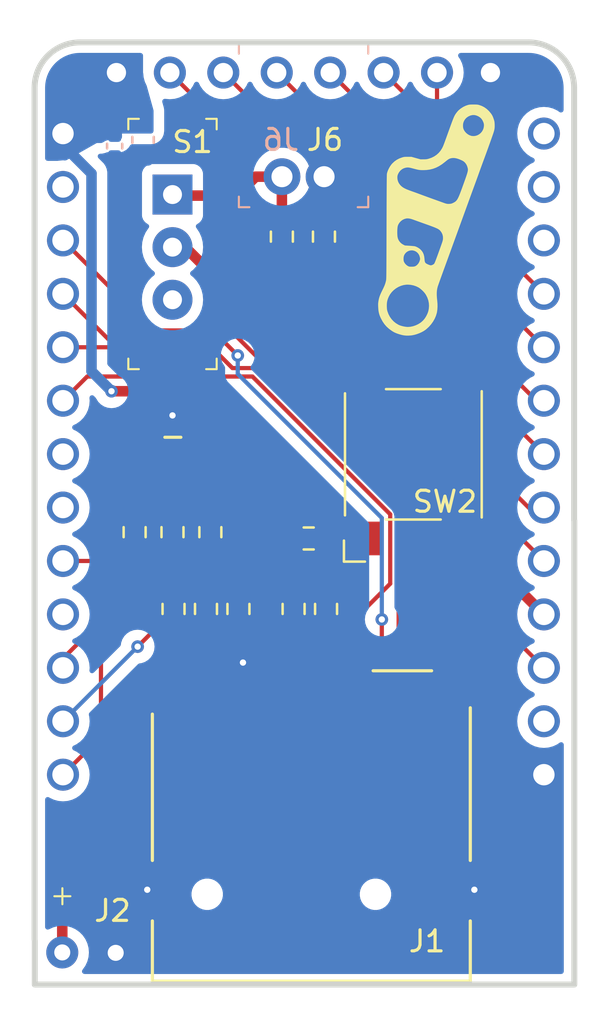
<source format=kicad_pcb>
(kicad_pcb (version 20240108) (generator "pcbnew") (generator_version "8.0")
  (layers (0 "F.Cu" signal) (31 "B.Cu" signal) (34 "B.Paste" user) (35 "F.Paste" user) (36 "B.SilkS" user "B.Silkscreen") (37 "F.SilkS" user "F.Silkscreen") (38 "B.Mask" user) (39 "F.Mask" user) (44 "Edge.Cuts" user))
  (net 0 "")
  (net 1 "Net-(D1-Pad5)")
  (net 2 "BAT-")
  (net 3 "Net-(D1-Pad4)")
  (net 4 "Net-(D1-Pad6)")
  (net 5 "MOSI")
  (net 6 "MISO")
  (net 7 "CS")
  (net 8 "CLK")
  (net 11 "+3.3V")
  (net 16 "BAT+")
  (net 19 "GPIO_26")
  (net 21 "GPIO_32")
  (net 22 "GPIO_25")
  (net 24 "GPIO_33")
  (net 25 "BUTTON")
  (net 26 "Net-(R12-Pad2)")
  (net 27 "Net-(J6-Pad1)")
  (net 28 "GPIO_34")
  (net 29 "GPIO_35")
  (net 31 "CD")
  (net 32 "BLUE")
  (net 33 "GREEN")
  (net 34 "RED")
  (net 35 "BAT_ADC")
  (footprint "Resistor_SMD:R_0603_1608Metric" (layer "F.Cu") (at 138.65 95.15 90)
    (property "Reference" "R10" (hide yes))
    (property "Value" "470" (hide yes))
    (fp_line (start -0.237258 -0.5225) (end 0.237258 -0.5225) (stroke (width 0.12)) (layer "F.SilkS"))
    (fp_line (start -0.237258 0.5225) (end 0.237258 0.5225) (stroke (width 0.12)) (layer "F.SilkS"))
    (pad "1" smd roundrect (at -0.825 0 90) (size 0.8 0.95) (layers "F.Cu" "F.Paste" "F.Mask") (net 34 "RED"))
    (pad "2" smd roundrect (at 0.825 0 90) (size 0.8 0.95) (layers "F.Cu" "F.Paste" "F.Mask") (net 3 "Net-(D1-Pad4)"))
  )
  (footprint "a:CON13_1X13_TU_SSQ" (layer "F.Cu") (at 158.105 91.44 -90)
    (property "Reference" "J4" (hide yes))
    (property "Value" "SSW-113-01-T-S-LL" (hide yes))
    (pad "1" thru_hole circle (at -15.24 0) (size 1.524 1.524) (drill 1.016) (layers "*.Cu" "*.Mask"))
    (pad "2" thru_hole circle (at -12.7 0) (size 1.524 1.524) (drill 1.016) (layers "*.Cu" "*.Mask"))
    (pad "3" thru_hole circle (at -10.16 0) (size 1.524 1.524) (drill 1.016) (layers "*.Cu" "*.Mask"))
    (pad "4" thru_hole circle (at -7.62 0) (size 1.524 1.524) (drill 1.016) (layers "*.Cu" "*.Mask") (net 28 "GPIO_34"))
    (pad "5" thru_hole circle (at -5.08 0) (size 1.524 1.524) (drill 1.016) (layers "*.Cu" "*.Mask") (net 29 "GPIO_35"))
    (pad "6" thru_hole circle (at -2.54 0) (size 1.524 1.524) (drill 1.016) (layers "*.Cu" "*.Mask") (net 21 "GPIO_32"))
    (pad "7" thru_hole circle (at 0 0) (size 1.524 1.524) (drill 1.016) (layers "*.Cu" "*.Mask") (net 24 "GPIO_33"))
    (pad "8" thru_hole circle (at 2.54 0) (size 1.524 1.524) (drill 1.016) (layers "*.Cu" "*.Mask") (net 22 "GPIO_25"))
    (pad "9" thru_hole circle (at 5.08 0) (size 1.524 1.524) (drill 1.016) (layers "*.Cu" "*.Mask") (net 19 "GPIO_26"))
    (pad "10" thru_hole circle (at 7.62 0) (size 1.524 1.524) (drill 1.016) (layers "*.Cu" "*.Mask") (net 35 "BAT_ADC"))
    (pad "11" thru_hole circle (at 10.16 0) (size 1.524 1.524) (drill 1.016) (layers "*.Cu" "*.Mask") (net 25 "BUTTON"))
    (pad "12" thru_hole circle (at 12.7 0) (size 1.524 1.524) (drill 1.016) (layers "*.Cu" "*.Mask"))
    (pad "13" thru_hole circle (at 15.24 0) (size 1.524 1.524) (drill 1.016) (layers "*.Cu" "*.Mask") (net 2 "BAT-"))
  )
  (footprint "LOGO" (layer "F.Cu") (at 153 80.3 -90)
    (property "Reference" "G***" (hide yes))
    (property "Value" "LOGO" (hide yes))
    (fp_poly (pts (xy -4.3694 -2.763164) (xy -4.295979 -2.752488) (xy -4.218852 -2.73419) (xy -4.144343 -2.711736) (xy -4.104985 -2.698643) (xy -4.048877 -2.679381) (xy -3.97817 -2.654722) (xy -3.895016 -2.625438) (xy -3.801566 -2.592301) (xy -3.699969 -2.556082) (xy -3.592378 -2.517555) (xy -3.480943 -2.477491) (xy -3.367815 -2.436661) (xy -3.255145 -2.395839) (xy -3.145084 -2.355796) (xy -3.039783 -2.317304) (xy -2.941393 -2.281136) (xy -2.852064 -2.248063) (xy -2.839001 -2.243201) (xy -2.745939 -2.208719) (xy -2.640982 -2.170134) (xy -2.530578 -2.129796) (xy -2.421174 -2.090055) (xy -2.319216 -2.053261) (xy -2.250059 -2.028496) (xy -2.158237 -1.995621) (xy -2.055317 -1.958539) (xy -1.947667 -1.91956) (xy -1.841655 -1.880993) (xy -1.743647 -1.845147) (xy -1.681252 -1.822187) (xy -1.623342 -1.800867) (xy -1.548945 -1.773577) (xy -1.460507 -1.741208) (xy -1.36047 -1.704653) (xy -1.251278 -1.664803) (xy -1.135376 -1.622549) (xy -1.015206 -1.578783) (xy -0.893213 -1.534397) (xy -0.77184 -1.490283) (xy -0.729885 -1.475046) (xy -0.392697 -1.352574) (xy -0.040697 -1.224653) (xy 0.322024 -1.09277) (xy 0.691375 -0.958415) (xy 1.063266 -0.823075) (xy 1.433606 -0.688239) (xy 1.798306 -0.555396) (xy 2.153275 -0.426033) (xy 2.298707 -0.373013) (xy 2.422499 -0.327949) (xy 2.542406 -0.284438) (xy 2.656863 -0.243042) (xy 2.764304 -0.204319) (xy 2.863161 -0.168831) (xy 2.951868 -0.137136) (xy 3.028861 -0.109797) (xy 3.092571 -0.087372) (xy 3.141433 -0.070423) (xy 3.173881 -0.059508) (xy 3.184704 -0.056123) (xy 3.274702 -0.034262) (xy 3.369644 -0.019889) (xy 3.472305 -0.012918) (xy 3.585463 -0.013267) (xy 3.711895 -0.02085) (xy 3.854379 -0.035584) (xy 3.855807 -0.035756) (xy 3.995341 -0.047327) (xy 4.135079 -0.048865) (xy 4.269521 -0.040559) (xy 4.393173 -0.022603) (xy 4.424614 -0.015985) (xy 4.56519 0.025652) (xy 4.704171 0.085766) (xy 4.839114 0.162715) (xy 4.967579 0.254861) (xy 5.087123 0.360562) (xy 5.195305 0.478179) (xy 5.235109 0.528537) (xy 5.292433 0.61476) (xy 5.346677 0.71583) (xy 5.395793 0.826487) (xy 5.437735 0.94147) (xy 5.470455 1.055519) (xy 5.491906 1.163372) (xy 5.496553 1.200419) (xy 5.50564 1.322973) (xy 5.505732 1.43329) (xy 5.496312 1.537399) (xy 5.476859 1.641327) (xy 5.450026 1.740743) (xy 5.422523 1.828081) (xy 5.397024 1.900504) (xy 5.371396 1.962803) (xy 5.343503 2.019766) (xy 5.311209 2.076184) (xy 5.275653 2.131912) (xy 5.179957 2.262625) (xy 5.076218 2.376519) (xy 4.961758 2.475926) (xy 4.833903 2.56318) (xy 4.694906 2.638241) (xy 4.621591 2.672525) (xy 4.55916 2.698644) (xy 4.501193 2.718728) (xy 4.441272 2.734908) (xy 4.372977 2.749315) (xy 4.344253 2.754631) (xy 4.302419 2.760445) (xy 4.247623 2.765621) (xy 4.185139 2.769913) (xy 4.120246 2.773078) (xy 4.058221 2.77487) (xy 4.00434 2.775045) (xy 3.96388 2.773358) (xy 3.95648 2.772616) (xy 3.865992 2.760192) (xy 3.784016 2.744917) (xy 3.706328 2.725427) (xy 3.628704 2.700357) (xy 3.546923 2.668344) (xy 3.45676 2.628022) (xy 3.353992 2.578027) (xy 3.353729 2.577896) (xy 3.26485 2.534151) (xy 3.189439 2.498915) (xy 3.123521 2.470638) (xy 3.06312 2.44777) (xy 3.004261 2.428762) (xy 2.94297 2.412065) (xy 2.904439 2.402758) (xy 2.894623 2.400512) (xy 2.884694 2.398429) (xy 2.873884 2.396502) (xy 2.861423 2.394721) (xy 2.846542 2.393079) (xy 2.828472 2.391567) (xy 2.806443 2.390177) (xy 2.779687 2.388902) (xy 2.747433 2.387732) (xy 2.708913 2.386659) (xy 2.663357 2.385676) (xy 2.609996 2.384773) (xy 2.548062 2.383943) (xy 2.476783 2.383178) (xy 2.395392 2.382469) (xy 2.303119 2.381808) (xy 2.199195 2.381187) (xy 2.08285 2.380598) (xy 1.953315 2.380031) (xy 1.809822 2.37948) (xy 1.651599 2.378936) (xy 1.47788 2.37839) (xy 1.287893 2.377835) (xy 1.08087 2.377262) (xy 0.856041 2.376662) (xy 0.612638 2.376029) (xy 0.349891 2.375353) (xy 0.342291 2.375333) (xy 0.052078 2.374557) (xy -0.218405 2.373769) (xy -0.469563 2.372965) (xy -0.701799 2.372144) (xy -0.91552 2.371301) (xy -1.111128 2.370435) (xy -1.28903 2.369542) (xy -1.449629 2.36862) (xy -1.59333 2.367666) (xy -1.720538 2.366676) (xy -1.831657 2.365649) (xy -1.927092 2.364581) (xy -2.007248 2.36347) (xy -2.072528 2.362312) (xy -2.123339 2.361105) (xy -2.160084 2.359846) (xy -2.183168 2.358532) (xy -2.191234 2.357612) (xy -2.276587 2.335384) (xy -2.368807 2.299983) (xy -2.462518 2.254222) (xy -2.552343 2.200914) (xy -2.632905 2.142869) (xy -2.679546 2.10223) (xy -2.774912 1.999773) (xy -2.852937 1.890242) (xy -2.915489 1.770571) (xy -2.964435 1.637693) (xy -2.966478 1.630916) (xy -2.977126 1.593885) (xy -2.984747 1.562218) (xy -2.989842 1.53124) (xy -2.992909 1.496276) (xy -2.994449 1.452653) (xy -2.994961 1.395696) (xy -2.994989 1.36413) (xy -2.994933 1.192985) (xy -2.934915 0.976536) (xy -2.874897 0.760087) (xy -2.875311 0.619144) (xy -2.876076 0.556421) (xy -2.878433 0.50744) (xy -2.883102 0.465827) (xy -2.890809 0.425209) (xy -2.902275 0.37921) (xy -2.902703 0.377612) (xy -2.949399 0.239705) (xy -3.012236 0.112426) (xy -3.090268 -0.003062) (xy -3.182547 -0.1056) (xy -3.288128 -0.194026) (xy -3.406062 -0.26718) (xy -3.444386 -0.286294) (xy -3.465436 -0.2962) (xy -3.485061 -0.305274) (xy -3.504774 -0.314086) (xy -3.526083 -0.323203) (xy -3.550502 -0.333194) (xy -3.579542 -0.344627) (xy -3.614712 -0.35807) (xy -3.657526 -0.374092) (xy -3.709494 -0.393261) (xy -3.772126 -0.416144) (xy -3.846936 -0.443311) (xy -3.935433 -0.47533) (xy -4.039128 -0.512768) (xy -4.159534 -0.556194) (xy -4.223266 -0.579173) (xy -4.357968 -0.627805) (xy -4.47523 -0.670344) (xy -4.576585 -0.707439) (xy -4.663566 -0.739738) (xy -4.737706 -0.767891) (xy -4.77423 -0.782223) (xy -2.939437 -0.782223) (xy -2.928659 -0.698265) (xy -2.925435 -0.68483) (xy -2.915105 -0.648986) (xy -2.902494 -0.616116) (xy -2.885684 -0.58315) (xy -2.862754 -0.547019) (xy -2.831785 -0.504655) (xy -2.790857 -0.452987) (xy -2.74742 -0.400203) (xy -2.638968 -0.259055) (xy -2.549625 -0.118788) (xy -2.478588 0.022717) (xy -2.425056 0.167576) (xy -2.388226 0.317907) (xy -2.367297 0.475828) (xy -2.361405 0.619144) (xy -2.361632 0.682026) (xy -2.363177 0.736193) (xy -2.366651 0.78556) (xy -2.372666 0.834042) (xy -2.381833 0.885554) (xy -2.394762 0.94401) (xy -2.412065 1.013325) (xy -2.434352 1.097415) (xy -2.438407 1.112446) (xy -2.458681 1.189559) (xy -2.473279 1.251416) (xy -2.482607 1.301952) (xy -2.487073 1.345107) (xy -2.487082 1.384816) (xy -2.483041 1.425016) (xy -2.475358 1.469645) (xy -2.475321 1.469838) (xy -2.448038 1.558673) (xy -2.403151 1.640565) (xy -2.342588 1.713467) (xy -2.268275 1.77533) (xy -2.182139 1.824106) (xy -2.119183 1.848315) (xy -2.057126 1.859793) (xy -1.980316 1.859824) (xy -1.912802 1.852109) (xy -1.826913 1.829291) (xy -1.742599 1.789025) (xy -1.664487 1.733765) (xy -1.630154 1.702232) (xy -1.592978 1.662429) (xy -1.559092 1.620012) (xy -1.527343 1.572699) (xy -1.496576 1.518213) (xy -1.465638 1.454273) (xy -1.433375 1.378599) (xy -1.429306 1.368096) (xy -0.067682 1.368096) (xy -0.062726 1.439748) (xy -0.061464 1.447005) (xy -0.035193 1.536297) (xy 0.008359 1.620342) (xy 0.06655 1.696113) (xy 0.136737 1.760578) (xy 0.216277 1.81071) (xy 0.278128 1.836317) (xy 0.323891 1.84709) (xy 0.385323 1.855468) (xy 0.458087 1.86132) (xy 0.537845 1.86452) (xy 0.620259 1.864936) (xy 0.700993 1.862441) (xy 0.775708 1.856905) (xy 0.814353 1.852281) (xy 0.903586 1.829838) (xy 0.98764 1.789493) (xy 1.063713 1.733336) (xy 1.129 1.66346) (xy 1.180698 1.581956) (xy 1.183081 1.577198) (xy 1.220191 1.502112) (xy 1.234017 1.284138) (xy 1.238531 1.218967) (xy 1.45423 1.218967) (xy 1.470633 1.299258) (xy 1.503962 1.37511) (xy 1.554182 1.443512) (xy 1.565135 1.454924) (xy 1.629541 1.508184) (xy 1.699899 1.543978) (xy 1.778905 1.563305) (xy 1.867499 1.567228) (xy 1.918274 1.56426) (xy 1.956551 1.558352) (xy 1.989919 1.547945) (xy 2.014792 1.53697) (xy 2.077278 1.497937) (xy 2.13539 1.444991) (xy 2.182943 1.384271) (xy 2.193593 1.365515) (xy 3.08201 1.365515) (xy 3.0841 1.434602) (xy 3.102373 1.563693) (xy 3.138864 1.690244) (xy 3.19198 1.811948) (xy 3.260127 1.926499) (xy 3.341714 2.031588) (xy 3.435146 2.124909) (xy 3.538832 2.204156) (xy 3.651179 2.26702) (xy 3.662333 2.272096) (xy 3.750447 2.308508) (xy 3.830508 2.334486) (xy 3.90884 2.351257) (xy 3.991769 2.360049) (xy 4.085618 2.36209) (xy 4.122592 2.361427) (xy 4.187303 2.359049) (xy 4.238004 2.355214) (xy 4.280809 2.34912) (xy 4.321832 2.339968) (xy 4.352792 2.331304) (xy 4.486731 2.281694) (xy 4.611512 2.215621) (xy 4.725461 2.134515) (xy 4.826901 2.039808) (xy 4.914159 1.932931) (xy 4.985559 1.815314) (xy 5.005687 1.773657) (xy 5.03041 1.70894) (xy 5.052992 1.631005) (xy 5.071964 1.546757) (xy 5.085856 1.4631) (xy 5.093198 1.386939) (xy 5.093975 1.358844) (xy 5.085309 1.241393) (xy 5.06014 1.119811) (xy 5.020134 0.998641) (xy 4.96696 0.882426) (xy 4.902284 0.775707) (xy 4.85889 0.718412) (xy 4.787567 0.640218) (xy 4.711532 0.574062) (xy 4.625172 0.515497) (xy 4.550456 0.473985) (xy 4.470207 0.435155) (xy 4.397885 0.406504) (xy 4.325814 0.385489) (xy 4.246315 0.369569) (xy 4.224939 0.366172) (xy 4.091631 0.355843) (xy 3.957077 0.364627) (xy 3.823956 0.391885) (xy 3.694951 0.436982) (xy 3.572741 0.49928) (xy 3.519218 0.533764) (xy 3.456822 0.582214) (xy 3.391562 0.642092) (xy 3.32824 0.708307) (xy 3.271659 0.775764) (xy 3.22662 0.839369) (xy 3.218583 0.852605) (xy 3.160846 0.969983) (xy 3.118176 1.09746) (xy 3.091566 1.230738) (xy 3.08201 1.365515) (xy 2.193593 1.365515) (xy 2.201337 1.351876) (xy 2.213866 1.324821) (xy 2.222076 1.301047) (xy 2.226856 1.275104) (xy 2.229093 1.24154) (xy 2.229674 1.194904) (xy 2.229658 1.177884) (xy 2.227532 1.109232) (xy 2.220247 1.055152) (xy 2.205908 1.010348) (xy 2.182619 0.969523) (xy 2.148482 0.927381) (xy 2.134624 0.912398) (xy 2.067264 0.855723) (xy 1.985446 0.812913) (xy 1.917171 0.790539) (xy 1.883302 0.782884) (xy 1.855153 0.780578) (xy 1.823908 0.78361) (xy 1.788254 0.790393) (xy 1.706725 0.813481) (xy 1.638443 0.847155) (xy 1.578053 0.894288) (xy 1.55861 0.913637) (xy 1.506943 0.981572) (xy 1.472349 1.057112) (xy 1.45479 1.137248) (xy 1.45423 1.218967) (xy 1.238531 1.218967) (xy 1.238656 1.217158) (xy 1.243722 1.154517) (xy 1.248861 1.099887) (xy 1.253719 1.056938) (xy 1.257943 1.029342) (xy 1.259015 1.024673) (xy 1.284176 0.955157) (xy 1.321701 0.881963) (xy 1.367278 0.812699) (xy 1.405408 0.766543) (xy 1.47705 0.69957) (xy 1.554347 0.647971) (xy 1.640326 0.610391) (xy 1.738011 0.585471) (xy 1.837094 0.572853) (xy 1.903906 0.566871) (xy 1.954135 0.560512) (xy 1.991322 0.552798) (xy 2.019011 0.542753) (xy 2.040743 0.529399) (xy 2.06006 0.511759) (xy 2.06061 0.511184) (xy 2.080469 0.48414) (xy 2.102587 0.444395) (xy 2.124492 0.397708) (xy 2.143715 0.349842) (xy 2.157784 0.306558) (xy 2.164229 0.273617) (xy 2.164388 0.269185) (xy 2.158049 0.232356) (xy 2.141795 0.189469) (xy 2.11949 0.148578) (xy 2.094997 0.11774) (xy 2.089438 0.112899) (xy 2.076166 0.104164) (xy 2.05545 0.093286) (xy 2.026165 0.079835) (xy 1.987187 0.06338) (xy 1.937389 0.043488) (xy 1.875648 0.01973) (xy 1.800837 -0.008326) (xy 1.711833 -0.041111) (xy 1.607509 -0.079055) (xy 1.48674 -0.12259) (xy 1.348402 -0.172147) (xy 1.303726 -0.188104) (xy 1.216736 -0.219075) (xy 1.146167 -0.24392) (xy 1.089512 -0.263371) (xy 1.044262 -0.278159) (xy 1.007907 -0.289017) (xy 0.97794 -0.296678) (xy 0.951851 -0.301874) (xy 0.927133 -0.305336) (xy 0.901276 -0.307799) (xy 0.890963 -0.308599) (xy 0.794044 -0.305997) (xy 0.700014 -0.284161) (xy 0.611254 -0.243983) (xy 0.530146 -0.186358) (xy 0.505909 -0.164098) (xy 0.485986 -0.143033) (xy 0.466735 -0.118798) (xy 0.447474 -0.089847) (xy 0.427524 -0.054634) (xy 0.406203 -0.011613) (xy 0.382832 0.040763) (xy 0.35673 0.104039) (xy 0.327215 0.179761) (xy 0.293609 0.269477) (xy 0.25523 0.374731) (xy 0.211398 0.49707) (xy 0.196632 0.538605) (xy 0.1629 0.633453) (xy 0.129682 0.726526) (xy 0.097902 0.815255) (xy 0.068485 0.897075) (xy 0.042354 0.969417) (xy 0.020435 1.029715) (xy 0.003652 1.075402) (xy -0.004577 1.097396) (xy -0.038978 1.199198) (xy -0.05989 1.288672) (xy -0.067682 1.368096) (xy -1.429306 1.368096) (xy -1.398633 1.288912) (xy -1.360259 1.182933) (xy -1.34438 1.137614) (xy -1.320448 1.069783) (xy -1.292029 0.990757) (xy -1.261882 0.908125) (xy -1.232769 0.829476) (xy -1.217176 0.787965) (xy -1.198401 0.73784) (xy -1.174004 0.671948) (xy -1.145151 0.593477) (xy -1.113008 0.505618) (xy -1.078742 0.41156) (xy -1.043517 0.314491) (xy -1.0085 0.2176) (xy -0.996365 0.183922) (xy -0.963378 0.09231) (xy -0.931254 0.003118) (xy -0.900903 -0.081126) (xy -0.873235 -0.157899) (xy -0.84916 -0.224674) (xy -0.829588 -0.278927) (xy -0.81543 -0.318132) (xy -0.810332 -0.332224) (xy -0.787317 -0.398013) (xy -0.77135 -0.45053) (xy -0.761459 -0.494972) (xy -0.756672 -0.536535) (xy -0.756016 -0.580415) (xy -0.757463 -0.614741) (xy -0.761199 -0.662163) (xy -0.767582 -0.6993) (xy -0.77885 -0.734664) (xy -0.797241 -0.776762) (xy -0.803598 -0.790136) (xy -0.824534 -0.831461) (xy -0.846277 -0.868282) (xy -0.870401 -0.901532) (xy -0.898483 -0.932144) (xy -0.932099 -0.961052) (xy -0.972826 -0.989189) (xy -1.022239 -1.017487) (xy -1.081914 -1.046881) (xy -1.153428 -1.078303) (xy -1.238357 -1.112687) (xy -1.338277 -1.150967) (xy -1.454764 -1.194074) (xy -1.535275 -1.223373) (xy -1.677429 -1.274827) (xy -1.802073 -1.319741) (xy -1.910603 -1.358494) (xy -2.004419 -1.391465) (xy -2.084918 -1.419036) (xy -2.153497 -1.441586) (xy -2.211554 -1.459494) (xy -2.260487 -1.473141) (xy -2.301694 -1.482906) (xy -2.336573 -1.48917) (xy -2.36652 -1.492312) (xy -2.392934 -1.492712) (xy -2.417213 -1.49075) (xy -2.440753 -1.486805) (xy -2.464954 -1.481259) (xy -2.474879 -1.478742) (xy -2.557064 -1.453184) (xy -2.625526 -1.421276) (xy -2.686432 -1.379803) (xy -2.71945 -1.351282) (xy -2.751453 -1.319298) (xy -2.777401 -1.286767) (xy -2.801515 -1.247617) (xy -2.828017 -1.195779) (xy -2.829023 -1.193696) (xy -2.880212 -1.076542) (xy -2.915492 -0.969892) (xy -2.935141 -0.872276) (xy -2.939437 -0.782223) (xy -4.77423 -0.782223) (xy -4.800537 -0.792546) (xy -4.853592 -0.814352) (xy -4.898404 -0.833958) (xy -4.936506 -0.852013) (xy -4.96943 -0.869165) (xy -4.998709 -0.886064) (xy -5.025877 -0.903357) (xy -5.052465 -0.921695) (xy -5.080006 -0.941725) (xy -5.080321 -0.941958) (xy -5.13913 -0.987623) (xy -5.187814 -1.031198) (xy -5.23224 -1.078595) (xy -5.278272 -1.135724) (xy -5.29599 -1.159304) (xy -5.367801 -1.270581) (xy -5.424547 -1.389172) (xy -5.458485 -1.489972) (xy -5.466991 -1.523591) (xy -5.473143 -1.554989) (xy -5.477302 -1.588433) (xy -5.479825 -1.628193) (xy -5.481074 -1.678535) (xy -5.481408 -1.743728) (xy -5.481393 -1.761791) (xy -5.481206 -1.794309) (xy -4.980955 -1.794309) (xy -4.979423 -1.709137) (xy -4.95963 -1.621025) (xy -4.953531 -1.60285) (xy -4.910536 -1.508631) (xy -4.853155 -1.427379) (xy -4.782689 -1.360332) (xy -4.700437 -1.308729) (xy -4.608197 -1.273942) (xy -4.551844 -1.263831) (xy -4.485899 -1.259697) (xy -4.419376 -1.261614) (xy -4.361291 -1.269654) (xy -4.352011 -1.271865) (xy -4.273176 -1.302083) (xy -4.19818 -1.349194) (xy -4.129907 -1.40998) (xy -4.071237 -1.48122) (xy -4.025051 -1.559698) (xy -3.994232 -1.642193) (xy -3.985982 -1.680762) (xy -3.980465 -1.774791) (xy -3.993354 -1.865754) (xy -4.02295 -1.951714) (xy -4.067558 -2.030736) (xy -4.125479 -2.100882) (xy -4.195015 -2.160216) (xy -4.274471 -2.206802) (xy -4.362147 -2.238703) (xy -4.456348 -2.253982) (xy -4.489362 -2.255047) (xy -4.537221 -2.253087) (xy -4.579091 -2.24596) (xy -4.62482 -2.231699) (xy -4.645839 -2.223774) (xy -4.733237 -2.183122) (xy -4.804529 -2.134275) (xy -4.86307 -2.074204) (xy -4.912214 -1.999885) (xy -4.928338 -1.968882) (xy -4.964002 -1.879803) (xy -4.980955 -1.794309) (xy -5.481206 -1.794309) (xy -5.480993 -1.831274) (xy -5.479809 -1.884755) (xy -5.477485 -1.926367) (xy -5.473668 -1.960237) (xy -5.468001 -1.990497) (xy -5.460131 -2.021276) (xy -5.458666 -2.026448) (xy -5.411827 -2.157049) (xy -5.348533 -2.27792) (xy -5.268063 -2.390069) (xy -5.169698 -2.494508) (xy -5.058858 -2.587625) (xy -5.006984 -2.623967) (xy -4.953415 -2.654875) (xy -4.893156 -2.682754) (xy -4.821216 -2.710008) (xy -4.766904 -2.728179) (xy -4.718516 -2.742843) (xy -4.67642 -2.752864) (xy -4.633577 -2.759385) (xy -4.58295 -2.763551) (xy -4.535355 -2.76583) (xy -4.446672 -2.767262)) (fill solid) (layer "F.SilkS"))
  )
  (footprint "Resistor_SMD:R_0603_1608Metric" (layer "F.Cu") (at 145.65 81.1 -90)
    (property "Reference" "R6" (hide yes))
    (property "Value" "47k" (hide yes))
    (fp_line (start -0.237258 0.5225) (end 0.237258 0.5225) (stroke (width 0.12)) (layer "F.SilkS"))
    (fp_line (start -0.237258 -0.5225) (end 0.237258 -0.5225) (stroke (width 0.12)) (layer "F.SilkS"))
    (pad "1" smd roundrect (at -0.825 0 270) (size 0.8 0.95) (layers "F.Cu" "F.Paste" "F.Mask") (net 27 "Net-(J6-Pad1)"))
    (pad "2" smd roundrect (at 0.825 0 270) (size 0.8 0.95) (layers "F.Cu" "F.Paste" "F.Mask") (net 35 "BAT_ADC"))
  )
  (footprint "Resistor_SMD:R_0603_1608Metric" (layer "F.Cu") (at 143.584302 98.8 -90)
    (property "Reference" "R3" (hide yes))
    (property "Value" "10k" (hide yes))
    (fp_line (start -0.237258 0.5225) (end 0.237258 0.5225) (stroke (width 0.12)) (layer "F.SilkS"))
    (fp_line (start -0.237258 -0.5225) (end 0.237258 -0.5225) (stroke (width 0.12)) (layer "F.SilkS"))
    (pad "1" smd roundrect (at -0.825 0 270) (size 0.8 0.95) (layers "F.Cu" "F.Paste" "F.Mask") (net 11 "+3.3V"))
    (pad "2" smd roundrect (at 0.825 0 270) (size 0.8 0.95) (layers "F.Cu" "F.Paste" "F.Mask") (net 8 "CLK"))
  )
  (footprint "footprints:CONN9_MSD-1_CUD" (layer "F.Cu") (at 147.05 109.118097)
    (property "Reference" "J1" (hide yes))
    (property "Value" "MSD-1-A" (hide yes))
    (fp_line (start -7.5565 1.639214) (end -7.5565 -5.317564) (stroke (width 0.1524)) (layer "F.SilkS"))
    (fp_line (start -7.5565 7.378703) (end -7.5565 4.514494) (stroke (width 0.1524)) (layer "F.SilkS"))
    (fp_line (start 2.938333 -7.378699) (end 5.717244 -7.378699) (stroke (width 0.1524)) (layer "F.SilkS"))
    (fp_line (start 7.5565 -5.618956) (end 7.5565 1.639214) (stroke (width 0.1524)) (layer "F.SilkS"))
    (fp_line (start 7.5565 4.514494) (end 7.5565 7.378703) (stroke (width 0.1524)) (layer "F.SilkS"))
    (fp_line (start 7.5565 7.378703) (end -7.5565 7.378703) (stroke (width 0.1524)) (layer "F.SilkS"))
    (fp_text user "${REFERENCE}" (at 5.5 5.481903 0) (layer "F.SilkS"))
    (pad "" np_thru_hole circle (at -4.950008 3.248302) (size 0.9906 0.9906) (drill 0.9906) (layers "*.Cu" "*.Mask"))
    (pad "" np_thru_hole circle (at 3.049992 3.248302) (size 0.9906 0.9906) (drill 0.9906) (layers "*.Cu" "*.Mask"))
    (pad "1" smd rect (at 2.249993 -7.751699) (size 0.7112 1.6002) (layers "F.Cu" "F.Paste" "F.Mask"))
    (pad "2" smd rect (at 1.149992 -7.751699) (size 0.7112 1.6002) (layers "F.Cu" "F.Paste" "F.Mask") (net 7 "CS"))
    (pad "3" smd rect (at 0.049992 -7.751699) (size 0.7112 1.6002) (layers "F.Cu" "F.Paste" "F.Mask") (net 5 "MOSI"))
    (pad "4" smd rect (at -1.050009 -7.751699) (size 0.7112 1.6002) (layers "F.Cu" "F.Paste" "F.Mask") (net 11 "+3.3V"))
    (pad "5" smd rect (at -2.150009 -7.751699) (size 0.7112 1.6002) (layers "F.Cu" "F.Paste" "F.Mask") (net 8 "CLK"))
    (pad "6" smd rect (at -3.250009 -7.751699) (size 0.7112 1.6002) (layers "F.Cu" "F.Paste" "F.Mask") (net 2 "BAT-"))
    (pad "7" smd rect (at -4.35001 -7.751699) (size 0.7112 1.6002) (layers "F.Cu" "F.Paste" "F.Mask") (net 6 "MISO"))
    (pad "8" smd rect (at -5.45001 -7.751699) (size 0.7112 1.6002) (layers "F.Cu" "F.Paste" "F.Mask"))
    (pad "10" smd rect (at -7.75 3.076854) (size 1.1938 2.2098) (layers "F.Cu" "F.Paste" "F.Mask") (net 2 "BAT-"))
    (pad "11" smd rect (at 7.75 3.076854) (size 1.1938 2.2098) (layers "F.Cu" "F.Paste" "F.Mask") (net 2 "BAT-"))
    (pad "12" smd rect (at -7.746902 -6.550304) (size 1.1938 1.8) (layers "F.Cu" "F.Paste" "F.Mask"))
    (pad "13" smd rect (at 6.850084 -6.700996) (size 1.6002 1.4986) (layers "F.Cu" "F.Paste" "F.Mask"))
    (pad "CD" smd rect (at -6.55001 -7.751699) (size 0.7112 1.6002) (layers "F.Cu" "F.Paste" "F.Mask") (net 31 "CD"))
  )
  (footprint "Resistor_SMD:R_0603_1608Metric" (layer "F.Cu") (at 142.042151 98.8 -90)
    (property "Reference" "R4" (hide yes))
    (property "Value" "10k" (hide yes))
    (fp_line (start -0.237258 0.5225) (end 0.237258 0.5225) (stroke (width 0.12)) (layer "F.SilkS"))
    (fp_line (start -0.237258 -0.5225) (end 0.237258 -0.5225) (stroke (width 0.12)) (layer "F.SilkS"))
    (pad "1" smd roundrect (at -0.825 0 270) (size 0.8 0.95) (layers "F.Cu" "F.Paste" "F.Mask") (net 11 "+3.3V"))
    (pad "2" smd roundrect (at 0.825 0 270) (size 0.8 0.95) (layers "F.Cu" "F.Paste" "F.Mask") (net 6 "MISO"))
  )
  (footprint "Resistor_SMD:R_0603_1608Metric" (layer "F.Cu") (at 140.45 95.15 90)
    (property "Reference" "R9" (hide yes))
    (property "Value" "470" (hide yes))
    (fp_line (start -0.237258 -0.5225) (end 0.237258 -0.5225) (stroke (width 0.12)) (layer "F.SilkS"))
    (fp_line (start -0.237258 0.5225) (end 0.237258 0.5225) (stroke (width 0.12)) (layer "F.SilkS"))
    (pad "1" smd roundrect (at -0.825 0 90) (size 0.8 0.95) (layers "F.Cu" "F.Paste" "F.Mask") (net 33 "GREEN"))
    (pad "2" smd roundrect (at 0.825 0 90) (size 0.8 0.95) (layers "F.Cu" "F.Paste" "F.Mask") (net 1 "Net-(D1-Pad5)"))
  )
  (footprint "CLX6F-FKC-CKNNQDGBB7A363:SOJ100P350X290-6N" (layer "F.Cu") (at 140.45 91.2 -90)
    (property "Reference" "D1" (hide yes))
    (property "Value" "CLX6F-FKC-CKNNQDGBB7A363" (hide yes))
    (fp_text user "-" (at -0.05 0.7 0) (layer "F.SilkS") (effects (justify left bottom)))
    (pad "1" smd oval (at -1.55 -1 270) (size 1.25 0.8) (layers "F.Cu" "F.Paste" "F.Mask") (net 2 "BAT-"))
    (pad "2" smd oval (at -1.55 0 270) (size 1.25 0.8) (layers "F.Cu" "F.Paste" "F.Mask") (net 2 "BAT-"))
    (pad "3" smd oval (at -1.55 1 270) (size 1.25 0.8) (layers "F.Cu" "F.Paste" "F.Mask") (net 2 "BAT-"))
    (pad "4" smd oval (at 1.55 1 270) (size 1.25 0.8) (layers "F.Cu" "F.Paste" "F.Mask") (net 3 "Net-(D1-Pad4)"))
    (pad "5" smd oval (at 1.55 0 270) (size 1.25 0.8) (layers "F.Cu" "F.Paste" "F.Mask") (net 1 "Net-(D1-Pad5)"))
    (pad "6" smd oval (at 1.55 -1 270) (size 1.25 0.8) (layers "F.Cu" "F.Paste" "F.Mask") (net 4 "Net-(D1-Pad6)"))
  )
  (footprint "Resistor_SMD:R_0603_1608Metric" (layer "F.Cu") (at 146.207847 98.8 -90)
    (property "Reference" "R2" (hide yes))
    (property "Value" "10k" (hide yes))
    (fp_line (start -0.237258 0.5225) (end 0.237258 0.5225) (stroke (width 0.12)) (layer "F.SilkS"))
    (fp_line (start -0.237258 -0.5225) (end 0.237258 -0.5225) (stroke (width 0.12)) (layer "F.SilkS"))
    (pad "1" smd roundrect (at -0.825 0 270) (size 0.8 0.95) (layers "F.Cu" "F.Paste" "F.Mask") (net 11 "+3.3V"))
    (pad "2" smd roundrect (at 0.825 0 270) (size 0.8 0.95) (layers "F.Cu" "F.Paste" "F.Mask") (net 5 "MOSI"))
  )
  (footprint "Resistor_SMD:R_0603_1608Metric" (layer "F.Cu") (at 147.65 81.1 90)
    (property "Reference" "R7" (hide yes))
    (property "Value" "47k" (hide yes))
    (fp_line (start -0.237258 -0.5225) (end 0.237258 -0.5225) (stroke (width 0.12)) (layer "F.SilkS"))
    (fp_line (start -0.237258 0.5225) (end 0.237258 0.5225) (stroke (width 0.12)) (layer "F.SilkS"))
    (pad "1" smd roundrect (at -0.825 0 90) (size 0.8 0.95) (layers "F.Cu" "F.Paste" "F.Mask") (net 35 "BAT_ADC"))
    (pad "2" smd roundrect (at 0.825 0 90) (size 0.8 0.95) (layers "F.Cu" "F.Paste" "F.Mask") (net 2 "BAT-"))
  )
  (footprint "Resistor_SMD:R_0603_1608Metric" (layer "F.Cu") (at 147.75 98.8 -90)
    (property "Reference" "R1" (hide yes))
    (property "Value" "10k" (hide yes))
    (fp_line (start -0.237258 0.5225) (end 0.237258 0.5225) (stroke (width 0.12)) (layer "F.SilkS"))
    (fp_line (start -0.237258 -0.5225) (end 0.237258 -0.5225) (stroke (width 0.12)) (layer "F.SilkS"))
    (pad "1" smd roundrect (at -0.825 0 270) (size 0.8 0.95) (layers "F.Cu" "F.Paste" "F.Mask") (net 11 "+3.3V"))
    (pad "2" smd roundrect (at 0.825 0 270) (size 0.8 0.95) (layers "F.Cu" "F.Paste" "F.Mask") (net 7 "CS"))
  )
  (footprint "Resistor_SMD:R_0603_1608Metric" (layer "F.Cu") (at 142.25 95.15 90)
    (property "Reference" "R8" (hide yes))
    (property "Value" "470" (hide yes))
    (fp_line (start -0.237258 -0.5225) (end 0.237258 -0.5225) (stroke (width 0.12)) (layer "F.SilkS"))
    (fp_line (start -0.237258 0.5225) (end 0.237258 0.5225) (stroke (width 0.12)) (layer "F.SilkS"))
    (pad "1" smd roundrect (at -0.825 0 90) (size 0.8 0.95) (layers "F.Cu" "F.Paste" "F.Mask") (net 32 "BLUE"))
    (pad "2" smd roundrect (at 0.825 0 90) (size 0.8 0.95) (layers "F.Cu" "F.Paste" "F.Mask") (net 4 "Net-(D1-Pad6)"))
  )
  (footprint "digikey-footprints:PinHeader_1x2_P2.54mm" (layer "F.Cu") (at 137.75 115.15 180)
    (property "Reference" "J2" (hide yes))
    (property "Value" "M20-9990246" (hide yes))
    (fp_text user "${REFERENCE}" (at 0.15 2 180) (layer "F.SilkS"))
    (fp_text user "+" (at 1.85 3.2 180) (layer "F.SilkS") (effects (font (thickness 0.1)) (justify left bottom)))
    (pad "1" thru_hole circle (at 0 0 180) (size 1.524 1.524) (drill 0.762) (layers "*.Cu" "*.Mask") (net 2 "BAT-"))
    (pad "2" thru_hole circle (at 2.54 0.02 180) (size 1.524 1.524) (drill 0.762) (layers "*.Cu" "*.Mask") (net 16 "BAT+"))
  )
  (footprint "Button_Switch_SMD:SW_SPST_Omron_B3FS-100xP" (layer "F.Cu") (at 151.9 91.45 90)
    (property "Reference" "SW2" (hide yes))
    (property "Value" "SW_Omron_B3FS" (hide yes))
    (fp_line (start -5.1 -3.3) (end -4.1 -3.3) (stroke (width 0.12)) (layer "F.SilkS"))
    (fp_line (start 2.9 -3.25) (end -2.9 -3.25) (stroke (width 0.12)) (layer "F.SilkS"))
    (fp_line (start -5.1 -2.3) (end -5.1 -3.3) (stroke (width 0.12)) (layer "F.SilkS"))
    (fp_line (start 3.1 -1.3) (end 3.1 1.3) (stroke (width 0.12)) (layer "F.SilkS"))
    (fp_line (start -3.1 -1.3) (end -3.1 1.3) (stroke (width 0.12)) (layer "F.SilkS"))
    (fp_line (start 3 3.25) (end -3 3.25) (stroke (width 0.12)) (layer "F.SilkS"))
    (fp_text user "${REFERENCE}" (at -2.25 1.5 180) (layer "F.SilkS"))
    (pad "1" smd rect (at -4 -2.25 270) (size 1.6 1.4) (layers "F.Cu" "F.Paste" "F.Mask") (net 26 "Net-(R12-Pad2)"))
    (pad "1" smd rect (at 4 -2.25 270) (size 1.6 1.4) (layers "F.Cu" "F.Paste" "F.Mask") (net 26 "Net-(R12-Pad2)"))
    (pad "2" smd rect (at -4 2.25 270) (size 1.6 1.4) (layers "F.Cu" "F.Paste" "F.Mask") (net 25 "BUTTON"))
    (pad "2" smd rect (at 4 2.25 270) (size 1.6 1.4) (layers "F.Cu" "F.Paste" "F.Mask") (net 25 "BUTTON"))
  )
  (footprint "df:CON8_1X8_TUC_HTS_SAI" (layer "F.Cu") (at 146.675 73.3)
    (property "Reference" "J5" (hide yes))
    (property "Value" "TS-108-T-A-1" (hide yes))
    (pad "1" thru_hole circle (at -8.89 0 90) (size 1.524 1.524) (drill 0.9144) (layers "*.Cu" "*.Mask") (net 11 "+3.3V"))
    (pad "2" thru_hole circle (at -6.35 0 90) (size 1.524 1.524) (drill 0.9144) (layers "*.Cu" "*.Mask") (net 19 "GPIO_26"))
    (pad "3" thru_hole circle (at -3.81 0 90) (size 1.524 1.524) (drill 0.9144) (layers "*.Cu" "*.Mask") (net 22 "GPIO_25"))
    (pad "4" thru_hole circle (at -1.27 0 90) (size 1.524 1.524) (drill 0.9144) (layers "*.Cu" "*.Mask") (net 24 "GPIO_33"))
    (pad "5" thru_hole circle (at 1.27 0 90) (size 1.524 1.524) (drill 0.9144) (layers "*.Cu" "*.Mask") (net 21 "GPIO_32"))
    (pad "6" thru_hole circle (at 3.81 0 90) (size 1.524 1.524) (drill 0.9144) (layers "*.Cu" "*.Mask") (net 29 "GPIO_35"))
    (pad "7" thru_hole circle (at 6.35 0 90) (size 1.524 1.524) (drill 0.9144) (layers "*.Cu" "*.Mask") (net 28 "GPIO_34"))
    (pad "8" thru_hole circle (at 8.89 0 90) (size 1.524 1.524) (drill 0.9144) (layers "*.Cu" "*.Mask") (net 2 "BAT-"))
  )
  (footprint "a:CON13_1X13_TU_SSQ" (layer "F.Cu") (at 135.245 91.44 -90)
    (property "Reference" "J3" (hide yes))
    (property "Value" "SSW-113-01-T-S-LL" (hide yes))
    (pad "1" thru_hole circle (at -15.24 0) (size 1.524 1.524) (drill 1.016) (layers "*.Cu" "*.Mask") (net 11 "+3.3V"))
    (pad "2" thru_hole circle (at -12.7 0) (size 1.524 1.524) (drill 1.016) (layers "*.Cu" "*.Mask"))
    (pad "3" thru_hole circle (at -10.16 0) (size 1.524 1.524) (drill 1.016) (layers "*.Cu" "*.Mask") (net 6 "MISO"))
    (pad "4" thru_hole circle (at -7.62 0) (size 1.524 1.524) (drill 1.016) (layers "*.Cu" "*.Mask") (net 5 "MOSI"))
    (pad "5" thru_hole circle (at -5.08 0) (size 1.524 1.524) (drill 1.016) (layers "*.Cu" "*.Mask") (net 8 "CLK"))
    (pad "6" thru_hole circle (at -2.54 0) (size 1.524 1.524) (drill 1.016) (layers "*.Cu" "*.Mask") (net 7 "CS"))
    (pad "7" thru_hole circle (at 0 0) (size 1.524 1.524) (drill 1.016) (layers "*.Cu" "*.Mask"))
    (pad "8" thru_hole circle (at 2.54 0) (size 1.524 1.524) (drill 1.016) (layers "*.Cu" "*.Mask"))
    (pad "9" thru_hole circle (at 5.08 0) (size 1.524 1.524) (drill 1.016) (layers "*.Cu" "*.Mask") (net 34 "RED"))
    (pad "10" thru_hole circle (at 7.62 0) (size 1.524 1.524) (drill 1.016) (layers "*.Cu" "*.Mask"))
    (pad "11" thru_hole circle (at 10.16 0) (size 1.524 1.524) (drill 1.016) (layers "*.Cu" "*.Mask") (net 33 "GREEN"))
    (pad "12" thru_hole circle (at 12.7 0) (size 1.524 1.524) (drill 1.016) (layers "*.Cu" "*.Mask") (net 31 "CD"))
    (pad "13" thru_hole circle (at 15.24 0) (size 1.524 1.524) (drill 1.016) (layers "*.Cu" "*.Mask") (net 32 "BLUE"))
  )
  (footprint "Resistor_SMD:R_0603_1608Metric" (layer "F.Cu") (at 140.5 98.8 -90)
    (property "Reference" "R5" (hide yes))
    (property "Value" "10k" (hide yes))
    (fp_line (start -0.237258 0.5225) (end 0.237258 0.5225) (stroke (width 0.12)) (layer "F.SilkS"))
    (fp_line (start -0.237258 -0.5225) (end 0.237258 -0.5225) (stroke (width 0.12)) (layer "F.SilkS"))
    (pad "1" smd roundrect (at -0.825 0 270) (size 0.8 0.95) (layers "F.Cu" "F.Paste" "F.Mask") (net 11 "+3.3V"))
    (pad "2" smd roundrect (at 0.825 0 270) (size 0.8 0.95) (layers "F.Cu" "F.Paste" "F.Mask") (net 31 "CD"))
  )
  (footprint "Resistor_SMD:R_0603_1608Metric" (layer "F.Cu") (at 146.925 95.45)
    (property "Reference" "R12" (hide yes))
    (property "Value" "10k" (hide yes))
    (fp_line (start -0.237258 -0.5225) (end 0.237258 -0.5225) (stroke (width 0.12)) (layer "F.SilkS"))
    (fp_line (start -0.237258 0.5225) (end 0.237258 0.5225) (stroke (width 0.12)) (layer "F.SilkS"))
    (pad "1" smd roundrect (at -0.825 0) (size 0.8 0.95) (layers "F.Cu" "F.Paste" "F.Mask") (net 11 "+3.3V"))
    (pad "2" smd roundrect (at 0.825 0) (size 0.8 0.95) (layers "F.Cu" "F.Paste" "F.Mask") (net 26 "Net-(R12-Pad2)"))
  )
  (footprint "digikey-footprints:Switch_Slide_11.6x4mm_EG1218" (layer "F.Cu") (at 140.45 79.1 -90)
    (property "Reference" "S1" (hide yes))
    (property "Value" "EG1218" (hide yes))
    (fp_line (start -3.6 2.1) (end -3.1 2.1) (stroke (width 0.1)) (layer "F.SilkS"))
    (fp_line (start -3.6 2.1) (end -3.6 1.6) (stroke (width 0.1)) (layer "F.SilkS"))
    (fp_line (start 8.3 2.1) (end 7.8 2.1) (stroke (width 0.1)) (layer "F.SilkS"))
    (fp_line (start 8.3 2.1) (end 8.3 1.6) (stroke (width 0.1)) (layer "F.SilkS"))
    (fp_line (start -3.6 -2.1) (end -3.6 -1.6) (stroke (width 0.1)) (layer "F.SilkS"))
    (fp_line (start -3.6 -2.1) (end -3.1 -2.1) (stroke (width 0.1)) (layer "F.SilkS"))
    (fp_line (start 8.3 -2.1) (end 8.3 -1.6) (stroke (width 0.1)) (layer "F.SilkS"))
    (fp_line (start 8.3 -2.1) (end 7.8 -2.1) (stroke (width 0.1)) (layer "F.SilkS"))
    (fp_text user "${REFERENCE}" (at -2.5 -0.95 0) (layer "F.SilkS"))
    (pad "1" thru_hole rect (at 0 0 270) (size 1.9 1.9) (drill 0.9) (layers "*.Cu" "*.Mask") (net 27 "Net-(J6-Pad1)"))
    (pad "2" thru_hole circle (at 2.5 0 270) (size 1.9 1.9) (drill 0.9) (layers "*.Cu" "*.Mask") (net 16 "BAT+"))
    (pad "3" thru_hole circle (at 5 0 270) (size 1.9 1.9) (drill 0.9) (layers "*.Cu" "*.Mask"))
  )
  (footprint "Capacitor_SMD:C_0603_1608Metric" (layer "B.Cu") (at 139.05 76.5 -90)
    (property "Reference" "C2" (hide yes))
    (property "Value" "10uF" (hide yes))
    (fp_line (start 0.14058 0.51) (end -0.14058 0.51) (stroke (width 0.12)) (layer "B.SilkS"))
    (fp_line (start 0.14058 -0.51) (end -0.14058 -0.51) (stroke (width 0.12)) (layer "B.SilkS"))
    (pad "1" smd roundrect (at -0.775 0 270) (size 0.9 0.95) (layers "B.Cu" "B.Paste" "B.Mask") (net 11 "+3.3V"))
    (pad "2" smd roundrect (at 0.775 0 270) (size 0.9 0.95) (layers "B.Cu" "B.Paste" "B.Mask") (net 2 "BAT-"))
  )
  (footprint "Capacitor_SMD:C_0402_1005Metric" (layer "B.Cu") (at 137.7 76.795 -90)
    (property "Reference" "C3" (hide yes))
    (property "Value" "0.1uF" (hide yes))
    (fp_line (start 0.107836 0.36) (end -0.107836 0.36) (stroke (width 0.12)) (layer "B.SilkS"))
    (fp_line (start 0.107836 -0.36) (end -0.107836 -0.36) (stroke (width 0.12)) (layer "B.SilkS"))
    (pad "1" smd roundrect (at -0.48 0 270) (size 0.56 0.62) (layers "B.Cu" "B.Paste" "B.Mask") (net 11 "+3.3V"))
    (pad "2" smd roundrect (at 0.48 0 270) (size 0.56 0.62) (layers "B.Cu" "B.Paste" "B.Mask") (net 2 "BAT-"))
  )
  (footprint "digikey-footprints:PinHeader_1x2_P2mm_Drill1mm_RA" (layer "B.Cu") (at 145.655 78.25)
    (property "Reference" "J6" (at -0.055 -1.75 180) (layer "B.SilkS") (effects (justify mirror)))
    (property "Value" "S2B-PH-K-S_LF__SN_" (hide yes))
    (fp_line (start -2.05 -5.85) (end -2.05 -6.35) (stroke (width 0.1)) (layer "B.SilkS"))
    (fp_line (start -2.05 0.95) (end -2.05 1.45) (stroke (width 0.1)) (layer "B.SilkS"))
    (fp_line (start -1.6 -6.35) (end -2.05 -6.35) (stroke (width 0.1)) (layer "B.SilkS"))
    (fp_line (start -1.55 1.45) (end -2.05 1.45) (stroke (width 0.1)) (layer "B.SilkS"))
    (fp_line (start 3.6 -6.35) (end 4.1 -6.35) (stroke (width 0.1)) (layer "B.SilkS"))
    (fp_line (start 3.6 1.45) (end 4.1 1.45) (stroke (width 0.1)) (layer "B.SilkS"))
    (fp_line (start 4.1 -5.85) (end 4.1 -6.35) (stroke (width 0.1)) (layer "B.SilkS"))
    (fp_line (start 4.1 0.95) (end 4.1 1.45) (stroke (width 0.1)) (layer "B.SilkS"))
    (fp_text user "${REFERENCE}" (at 2.045 -1.75 180) (layer "F.SilkS"))
    (pad "1" thru_hole circle (at 0 0) (size 1.75 1.75) (drill 1) (layers "*.Cu" "*.Mask") (net 27 "Net-(J6-Pad1)"))
    (pad "2" thru_hole circle (at 2 0) (size 1.75 1.75) (drill 1) (layers "*.Cu" "*.Mask") (net 2 "BAT-"))
  )
  (gr_poly (pts (xy 133.895752 73.916212) (xy 133.904076 73.806038) (xy 133.917787 73.697502) (xy 133.93675 73.590739) (xy 133.960831 73.485881) (xy 133.989896 73.383062) (xy 134.023813 73.282417) (xy 134.062446 73.184079) (xy 134.105662 73.088183) (xy 134.153327 72.994861) (xy 134.205307 72.904249) (xy 134.261468 72.816479) (xy 134.321678 72.731686) (xy 134.3858 72.650003) (xy 134.453703 72.571564) (xy 134.525251 72.496504) (xy 134.600311 72.424956) (xy 134.67875 72.357053) (xy 134.760433 72.292931) (xy 134.845226 72.232722) (xy 134.932996 72.17656) (xy 135.023609 72.12458) (xy 135.116931 72.076915) (xy 135.212827 72.033699) (xy 135.311165 71.995066) (xy 135.411811 71.96115) (xy 135.514629 71.932084) (xy 135.619488 71.908003) (xy 135.726252 71.889041) (xy 135.834788 71.87533) (xy 135.944962 71.867005) (xy 136.05664 71.864201) (xy 157.378856 71.864201) (xy 157.490535 71.867005) (xy 157.600713 71.87533) (xy 157.709256 71.88904) (xy 157.816029 71.908003) (xy 157.920899 71.932084) (xy 158.023731 71.961149) (xy 158.124392 71.995065) (xy 158.222747 72.033698) (xy 158.318662 72.076914) (xy 158.412004 72.124579) (xy 158.502638 72.176559) (xy 158.59043 72.23272) (xy 158.675247 72.292929) (xy 158.756953 72.357051) (xy 158.835416 72.424953) (xy 158.910501 72.496501) (xy 158.982073 72.571561) (xy 159.05 72.65) (xy 159.114146 72.731682) (xy 159.174378 72.816476) (xy 159.230562 72.904245) (xy 159.282564 72.994858) (xy 159.330249 73.08818) (xy 159.373484 73.184076) (xy 159.412134 73.282414) (xy 159.446066 73.383059) (xy 159.475146 73.485878) (xy 159.499238 73.590736) (xy 159.518211 73.697501) (xy 159.531928 73.806037) (xy 159.540257 73.916211) (xy 159.543063 74.02789) (xy 159.543063 94.588909) (xy 159.55186 94.588909) (xy 159.55186 116.656815) (xy 133.901748 116.656815) (xy 133.901748 114.587691) (xy 133.901451 114.582156) (xy 133.901025 114.576659) (xy 133.899866 114.565754) (xy 133.896897 114.544138) (xy 133.895415 114.533333) (xy 133.894153 114.522466) (xy 133.893656 114.516995) (xy 133.893276 114.511491) (xy 133.893033 114.505948) (xy 133.892947 114.500361) (xy 133.892947 74.02789)) (stroke (width 0.281412)) (fill none) (layer "Edge.Cuts"))
  (segment (start 140.45 92.75) (end 140.45 94.325) (width 0.2) (layer "F.Cu") (net 1))
  (segment (start 141.45 89.65) (end 140.5 89.65) (width 0.5) (layer "F.Cu") (net 2))
  (segment (start 140.45 89.6) (end 140.4 89.65) (width 0.5) (layer "F.Cu") (net 2))
  (segment (start 140.4 89.65) (end 139.45 89.65) (width 0.5) (layer "F.Cu") (net 2))
  (segment (start 147.65 80.275) (end 147.65 78.25) (width 0.5) (layer "F.Cu") (net 2))
  (segment (start 140.5 89.65) (end 140.45 89.6) (width 0.5) (layer "F.Cu") (net 2))
  (segment (start 147.655 80.245) (end 147.65 80.25) (width 0.2) (layer "F.Cu") (net 2))
  (via (at 154.8 112.15) (size 0.6) (drill 0.3) (layers "F.Cu" "B.Cu") (net 2))
  (via (at 143.8 101.35) (size 0.6) (drill 0.3) (layers "F.Cu" "B.Cu") (net 2))
  (via (at 140.45 89.6) (size 0.6) (drill 0.3) (layers "F.Cu" "B.Cu") (net 2))
  (via (at 139.25 112.15) (size 0.6) (drill 0.3) (layers "F.Cu" "B.Cu") (net 2))
  (segment (start 139.45 93.525) (end 138.65 94.325) (width 0.2) (layer "F.Cu") (net 3))
  (segment (start 139.45 92.75) (end 139.45 93.525) (width 0.2) (layer "F.Cu") (net 3))
  (segment (start 141.45 93.525) (end 142.25 94.325) (width 0.2) (layer "F.Cu") (net 4))
  (segment (start 141.45 92.75) (end 141.45 93.525) (width 0.2) (layer "F.Cu") (net 4))
  (segment (start 150.018628 102.65) (end 147.3 102.65) (width 0.2) (layer "F.Cu") (net 5))
  (segment (start 137.385 85.96) (end 135.245 83.82) (width 0.2) (layer "F.Cu") (net 5))
  (segment (start 147.099992 102.449992) (end 147.099992 101.366398) (width 0.2) (layer "F.Cu") (net 5))
  (segment (start 147.3 102.65) (end 147.099992 102.449992) (width 0.2) (layer "F.Cu") (net 5))
  (segment (start 143.551473 86.75) (end 142.761473 85.96) (width 0.2) (layer "F.Cu") (net 5))
  (segment (start 146.207847 99.625) (end 147.099992 100.517145) (width 0.2) (layer "F.Cu") (net 5))
  (segment (start 147.099992 100.517145) (end 147.099992 101.366398) (width 0.2) (layer "F.Cu") (net 5))
  (segment (start 150.4 102.268628) (end 150.018628 102.65) (width 0.2) (layer "F.Cu") (net 5))
  (segment (start 150.4 99.3) (end 150.4 102.268628) (width 0.2) (layer "F.Cu") (net 5))
  (segment (start 142.761473 85.96) (end 137.385 85.96) (width 0.2) (layer "F.Cu") (net 5))
  (via (at 150.4 99.3) (size 0.6) (drill 0.3) (layers "F.Cu" "B.Cu") (net 5))
  (via (at 143.551473 86.75) (size 0.6) (drill 0.3) (layers "F.Cu" "B.Cu") (net 5))
  (segment (start 143.551473 87.626473) (end 150.4 94.475) (width 0.2) (layer "B.Cu") (net 5))
  (segment (start 143.551473 86.75) (end 143.551473 87.626473) (width 0.2) (layer "B.Cu") (net 5))
  (segment (start 150.4 94.475) (end 150.4 99.3) (width 0.2) (layer "B.Cu") (net 5))
  (segment (start 142.042151 99.625) (end 142.042151 99.842151) (width 0.2) (layer "F.Cu") (net 6))
  (segment (start 142.69999 100.49999) (end 142.69999 101.366398) (width 0.2) (layer "F.Cu") (net 6))
  (segment (start 151.6 93.95) (end 151.6 102.2) (width 0.2) (layer "F.Cu") (net 6))
  (segment (start 143.21 85.56) (end 151.6 93.95) (width 0.2) (layer "F.Cu") (net 6))
  (segment (start 142.69999 102.022097) (end 142.69999 101.366398) (width 0.2) (layer "F.Cu") (net 6))
  (segment (start 144.127893 103.45) (end 142.69999 102.022097) (width 0.2) (layer "F.Cu") (net 6))
  (segment (start 135.245 81.28) (end 139.525 85.56) (width 0.2) (layer "F.Cu") (net 6))
  (segment (start 142.042151 99.842151) (end 142.69999 100.49999) (width 0.2) (layer "F.Cu") (net 6))
  (segment (start 151.6 102.2) (end 150.35 103.45) (width 0.2) (layer "F.Cu") (net 6))
  (segment (start 150.35 103.45) (end 144.127893 103.45) (width 0.2) (layer "F.Cu") (net 6))
  (segment (start 139.525 85.56) (end 143.21 85.56) (width 0.2) (layer "F.Cu") (net 6))
  (segment (start 147.75 99.625) (end 148.199992 100.074992) (width 0.2) (layer "F.Cu") (net 7))
  (segment (start 150.8 97.6) (end 148.199992 100.200008) (width 0.2) (layer "F.Cu") (net 7))
  (segment (start 150.8 94.3) (end 150.8 97.6) (width 0.2) (layer "F.Cu") (net 7))
  (segment (start 148.199992 100.074992) (end 148.199992 101.366398) (width 0.2) (layer "F.Cu") (net 7))
  (segment (start 136.395 87.75) (end 144.25 87.75) (width 0.2) (layer "F.Cu") (net 7))
  (segment (start 148.199992 100.200008) (end 148.199992 101.366398) (width 0.2) (layer "F.Cu") (net 7))
  (segment (start 135.245 88.9) (end 136.395 87.75) (width 0.2) (layer "F.Cu") (net 7))
  (segment (start 144.25 87.75) (end 150.8 94.3) (width 0.2) (layer "F.Cu") (net 7))
  (segment (start 143.3 87.35) (end 144.434314 87.35) (width 0.2) (layer "F.Cu") (net 8))
  (segment (start 150.184314 103.05) (end 145.583493 103.05) (width 0.2) (layer "F.Cu") (net 8))
  (segment (start 135.245 86.36) (end 142.31 86.36) (width 0.2) (layer "F.Cu") (net 8))
  (segment (start 143.875 99.625) (end 144.899991 100.649991) (width 0.2) (layer "F.Cu") (net 8))
  (segment (start 144.434314 87.35) (end 151.2 94.115686) (width 0.2) (layer "F.Cu") (net 8))
  (segment (start 144.899991 100.649991) (end 144.899991 101.366398) (width 0.2) (layer "F.Cu") (net 8))
  (segment (start 143.584302 99.625) (end 143.875 99.625) (width 0.2) (layer "F.Cu") (net 8))
  (segment (start 151.2 94.115686) (end 151.2 102.034314) (width 0.2) (layer "F.Cu") (net 8))
  (segment (start 145.583493 103.05) (end 144.899991 102.366498) (width 0.2) (layer "F.Cu") (net 8))
  (segment (start 142.31 86.36) (end 143.3 87.35) (width 0.2) (layer "F.Cu") (net 8))
  (segment (start 144.899991 102.366498) (end 144.899991 101.366398) (width 0.2) (layer "F.Cu") (net 8))
  (segment (start 151.2 102.034314) (end 150.184314 103.05) (width 0.2) (layer "F.Cu") (net 8))
  (segment (start 146.1 95.45) (end 146.1 97.867153) (width 0.5) (layer "F.Cu") (net 11))
  (segment (start 144.8 97.975) (end 140.5 97.975) (width 0.5) (layer "F.Cu") (net 11))
  (segment (start 144.9 99.6024) (end 144.9 98.075) (width 0.2) (layer "F.Cu") (net 11))
  (segment (start 147.75 97.975) (end 144.8 97.975) (width 0.5) (layer "F.Cu") (net 11))
  (segment (start 144.9 98.075) (end 144.8 97.975) (width 0.2) (layer "F.Cu") (net 11))
  (segment (start 145.999991 100.702391) (end 144.9 99.6024) (width 0.2) (layer "F.Cu") (net 11))
  (segment (start 145.999991 101.366398) (end 145.999991 100.702391) (width 0.2) (layer "F.Cu") (net 11))
  (segment (start 146.1 95.45) (end 146.1 92.05) (width 0.5) (layer "F.Cu") (net 11))
  (segment (start 146.1 92.05) (end 142.5 88.45) (width 0.5) (layer "F.Cu") (net 11))
  (segment (start 142.5 88.45) (end 137.55 88.45) (width 0.5) (layer "F.Cu") (net 11))
  (segment (start 146.1 97.867153) (end 146.207847 97.975) (width 0.5) (layer "F.Cu") (net 11))
  (via (at 137.55 88.45) (size 0.6) (drill 0.3) (layers "F.Cu" "B.Cu") (net 11))
  (segment (start 135.245 76.745) (end 135.245 76.2) (width 0.5) (layer "B.Cu") (net 11))
  (segment (start 136.6 87.5) (end 136.6 78.1) (width 0.5) (layer "B.Cu") (net 11))
  (segment (start 137.55 88.45) (end 136.6 87.5) (width 0.5) (layer "B.Cu") (net 11))
  (segment (start 136.6 78.1) (end 135.245 76.745) (width 0.5) (layer "B.Cu") (net 11))
  (segment (start 141.05 81.6) (end 152.5 93.05) (width 0.5) (layer "F.Cu") (net 16))
  (segment (start 138.45 110.35) (end 135.21 113.59) (width 0.5) (layer "F.Cu") (net 16))
  (segment (start 135.21 113.59) (end 135.21 115.13) (width 0.5) (layer "F.Cu") (net 16))
  (segment (start 140.45 81.6) (end 141.05 81.6) (width 0.5) (layer "F.Cu") (net 16))
  (segment (start 150.3 110.35) (end 138.45 110.35) (width 0.5) (layer "F.Cu") (net 16))
  (segment (start 152.5 93.05) (end 152.5 108.15) (width 0.5) (layer "F.Cu") (net 16))
  (segment (start 152.5 108.15) (end 150.3 110.35) (width 0.5) (layer "F.Cu") (net 16))
  (segment (start 156.7 93.865686) (end 156.7 95.115) (width 0.2) (layer "F.Cu") (net 19))
  (segment (start 148.447942 75.5) (end 151.025 78.077058) (width 0.2) (layer "F.Cu") (net 19))
  (segment (start 151.025 79.56843) (end 152.25 80.79343) (width 0.2) (layer "F.Cu") (net 19))
  (segment (start 151.025 78.077058) (end 151.025 79.56843) (width 0.2) (layer "F.Cu") (net 19))
  (segment (start 152.25 80.79343) (end 152.25 89.415686) (width 0.2) (layer "F.Cu") (net 19))
  (segment (start 152.25 89.415686) (end 156.7 93.865686) (width 0.2) (layer "F.Cu") (net 19))
  (segment (start 142.525 75.5) (end 148.447942 75.5) (width 0.2) (layer "F.Cu") (net 19))
  (segment (start 140.325 73.3) (end 142.525 75.5) (width 0.2) (layer "F.Cu") (net 19))
  (segment (start 156.7 95.115) (end 158.105 96.52) (width 0.2) (layer "F.Cu") (net 19))
  (segment (start 156.15 82.996372) (end 156.15 87.3) (width 0.2) (layer "F.Cu") (net 21))
  (segment (start 152.225 79.071372) (end 156.15 82.996372) (width 0.2) (layer "F.Cu") (net 21))
  (segment (start 157.75 88.9) (end 158.105 88.9) (width 0.2) (layer "F.Cu") (net 21))
  (segment (start 156.15 87.3) (end 157.75 88.9) (width 0.2) (layer "F.Cu") (net 21))
  (segment (start 147.945 73.3) (end 152.225 77.58) (width 0.2) (layer "F.Cu") (net 21))
  (segment (start 152.225 77.58) (end 152.225 79.071372) (width 0.2) (layer "F.Cu") (net 21))
  (segment (start 151.425 77.911372) (end 151.425 79.402744) (width 0.2) (layer "F.Cu") (net 22))
  (segment (start 148.613628 75.1) (end 151.425 77.911372) (width 0.2) (layer "F.Cu") (net 22))
  (segment (start 152.65 89.25) (end 157.38 93.98) (width 0.2) (layer "F.Cu") (net 22))
  (segment (start 144.665 75.1) (end 148.613628 75.1) (width 0.2) (layer "F.Cu") (net 22))
  (segment (start 152.65 80.627744) (end 152.65 89.25) (width 0.2) (layer "F.Cu") (net 22))
  (segment (start 157.38 93.98) (end 158.105 93.98) (width 0.2) (layer "F.Cu") (net 22))
  (segment (start 142.865 73.3) (end 144.665 75.1) (width 0.2) (layer "F.Cu") (net 22))
  (segment (start 151.425 79.402744) (end 152.65 80.627744) (width 0.2) (layer "F.Cu") (net 22))
  (segment (start 148.779314 74.7) (end 151.825 77.745686) (width 0.2) (layer "F.Cu") (net 24))
  (segment (start 151.825 79.237058) (end 155.75 83.162058) (width 0.2) (layer "F.Cu") (net 24))
  (segment (start 151.825 77.745686) (end 151.825 79.237058) (width 0.2) (layer "F.Cu") (net 24))
  (segment (start 146.805 74.7) (end 148.779314 74.7) (width 0.2) (layer "F.Cu") (net 24))
  (segment (start 145.405 73.3) (end 146.805 74.7) (width 0.2) (layer "F.Cu") (net 24))
  (segment (start 155.75 83.162058) (end 155.75 89.085) (width 0.2) (layer "F.Cu") (net 24))
  (segment (start 155.75 89.085) (end 158.105 91.44) (width 0.2) (layer "F.Cu") (net 24))
  (segment (start 154.15 95.45) (end 154.15 97.645) (width 0.2) (layer "F.Cu") (net 25))
  (segment (start 154.15 97.645) (end 158.105 101.6) (width 0.2) (layer "F.Cu") (net 25))
  (segment (start 149.65 95.45) (end 147.75 95.45) (width 0.5) (layer "F.Cu") (net 26))
  (segment (start 144.4 78.25) (end 143.5 79.15) (width 0.5) (layer "F.Cu") (net 27))
  (segment (start 145.655 78.25) (end 144.4 78.25) (width 0.5) (layer "F.Cu") (net 27))
  (segment (start 143.5 79.15) (end 140.5 79.15) (width 0.5) (layer "F.Cu") (net 27))
  (segment (start 140.5 79.15) (end 140.45 79.1) (width 0.5) (layer "F.Cu") (net 27))
  (segment (start 145.65 78.255) (end 145.655 78.25) (width 0.2) (layer "F.Cu") (net 27))
  (segment (start 145.65 80.275) (end 145.65 78.255) (width 0.5) (layer "F.Cu") (net 27))
  (segment (start 153.025 73.3) (end 153.025 78.74) (width 0.2) (layer "F.Cu") (net 28))
  (segment (start 153.025 78.74) (end 158.105 83.82) (width 0.2) (layer "F.Cu") (net 28))
  (segment (start 152.625 75.44) (end 152.625 78.905686) (width 0.2) (layer "F.Cu") (net 29))
  (segment (start 152.625 78.905686) (end 156.55 82.830686) (width 0.2) (layer "F.Cu") (net 29))
  (segment (start 156.55 84.805) (end 158.105 86.36) (width 0.2) (layer "F.Cu") (net 29))
  (segment (start 156.55 82.830686) (end 156.55 84.805) (width 0.2) (layer "F.Cu") (net 29))
  (segment (start 150.485 73.3) (end 152.625 75.44) (width 0.2) (layer "F.Cu") (net 29))
  (segment (start 139.76 99.625) (end 140.5 99.625) (width 0.2) (layer "F.Cu") (net 31))
  (segment (start 140.5 99.625) (end 140.5 101.366388) (width 0.2) (layer "F.Cu") (net 31))
  (segment (start 140.5 101.366388) (end 140.49999 101.366398) (width 0.2) (layer "F.Cu") (net 31))
  (segment (start 138.7925 100.5925) (end 139.76 99.625) (width 0.2) (layer "F.Cu") (net 31))
  (via (at 138.7925 100.5925) (size 0.6) (drill 0.3) (layers "F.Cu" "B.Cu") (net 31))
  (segment (start 138.7925 100.5925) (end 135.245 104.14) (width 0.2) (layer "B.Cu") (net 31))
  (segment (start 141.225 97) (end 139.965686 97) (width 0.2) (layer "F.Cu") (net 32))
  (segment (start 139.965686 97) (end 137.05 99.915686) (width 0.2) (layer "F.Cu") (net 32))
  (segment (start 137.05 99.915686) (end 137.05 104.875) (width 0.2) (layer "F.Cu") (net 32))
  (segment (start 137.05 104.875) (end 135.245 106.68) (width 0.2) (layer "F.Cu") (net 32))
  (segment (start 142.25 95.975) (end 141.225 97) (width 0.2) (layer "F.Cu") (net 32))
  (segment (start 140.45 95.975) (end 140.425 95.975) (width 0.2) (layer "F.Cu") (net 33))
  (segment (start 140.425 95.975) (end 135.245 101.155) (width 0.2) (layer "F.Cu") (net 33))
  (segment (start 135.245 101.155) (end 135.245 101.6) (width 0.2) (layer "F.Cu") (net 33))
  (segment (start 138.105 96.52) (end 135.245 96.52) (width 0.2) (layer "F.Cu") (net 34))
  (segment (start 138.65 95.975) (end 138.105 96.52) (width 0.2) (layer "F.Cu") (net 34))
  (segment (start 147.8 81.925) (end 151.05 85.175) (width 0.5) (layer "F.Cu") (net 35))
  (segment (start 151.05 85.175) (end 151.05 89.6) (width 0.5) (layer "F.Cu") (net 35))
  (segment (start 147.65 81.925) (end 147.8 81.925) (width 0.5) (layer "F.Cu") (net 35))
  (segment (start 155.75 94.3) (end 155.75 96.705) (width 0.5) (layer "F.Cu") (net 35))
  (segment (start 155.75 96.705) (end 158.105 99.06) (width 0.5) (layer "F.Cu") (net 35))
  (segment (start 145.65 81.925) (end 147.65 81.925) (width 0.5) (layer "F.Cu") (net 35))
  (segment (start 151.05 89.6) (end 155.75 94.3) (width 0.5) (layer "F.Cu") (net 35))
  (zone (net 11) (net_name "+3.3V") (layer "B.Cu") (priority 4) (connect_pads yes (clearance 0.5)) (min_thickness 0.25) (fill yes (thermal_gap 0.5) (thermal_bridge_width 0.5))
    (polygon (pts (xy 139.05 71) (xy 139.05 73.3) (xy 139.55 75.1) (xy 139.55 76.2) (xy 138.05 76.2) (xy 138.05 76.65) (xy 136.85 76.65) (xy 135.35 77.5) (xy 132.7 77.5) (xy 132.65 69.85) (xy 134.6 69.85) (xy 135.95 69.85)))
  )
  (zone (net 2) (net_name "BAT-") (layer "B.Cu") (priority 3) (connect_pads yes (clearance 0.5)) (min_thickness 0.25) (fill yes (thermal_gap 0.5) (thermal_bridge_width 0.5))
    (polygon (pts (xy 161.3 70.35) (xy 161.5 118.5) (xy 132.45 118.4) (xy 132.25 70.25)))
  )
)
</source>
